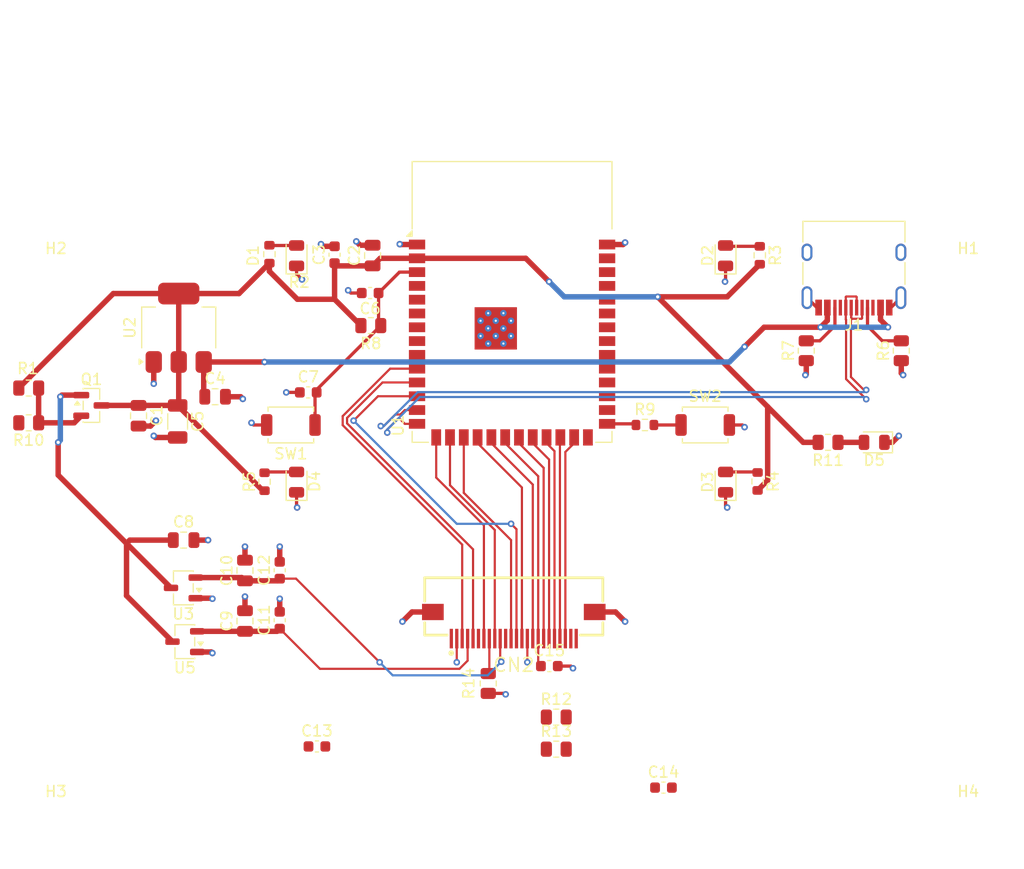
<source format=kicad_pcb>
(kicad_pcb (version 20241229) (generator "pcbnew") (generator_version "9.0")
  (layers (0 "F.Cu" signal) (2 "B.Cu" power) (13 "F.Paste" user) (15 "B.Paste" user) (5 "F.SilkS" user "F.Silkscreen") (7 "B.SilkS" user "B.Silkscreen") (1 "F.Mask" user) (3 "B.Mask" user) (25 "Edge.Cuts" user))
  (net 0 "")
  (net 1 "CAM_RST")
  (net 2 "GND")
  (net 3 "+5V")
  (net 4 "Net-(SW1-A)")
  (net 5 "Net-(Q1-D)")
  (net 6 "CAM_2.8V")
  (net 7 "CAM_1.2V")
  (net 8 "CAM_PCLK")
  (net 10 "CAM_D4")
  (net 11 "CAM_HSYNC")
  (net 12 "CAM_D1")
  (net 13 "CAM_VSYNC")
  (net 14 "CAM_D0")
  (net 15 "CAM_MCLK")
  (net 16 "CAM_SCK")
  (net 17 "CAM_D5")
  (net 19 "CAM_D3")
  (net 20 "Net-(CN2-Pad8)")
  (net 21 "CAM_D6")
  (net 22 "CAM_D7")
  (net 23 "CAM_SDA")
  (net 24 "CAM_D2")
  (net 26 "Net-(D1-A)")
  (net 27 "Net-(D2-A)")
  (net 28 "Net-(D3-A)")
  (net 29 "Net-(D4-A)")
  (net 30 "Net-(D5-A)")
  (net 32 "D+")
  (net 33 "D-")
  (net 35 "Net-(J1-CC2)")
  (net 36 "Net-(J1-CC1)")
  (net 37 "Net-(Q1-G)")
  (net 38 "Net-(SW2-A)")
  (net 39 "Net-(U1-IO0)")
  (net 40 "CAM_PWR")
  (footprint "Resistor_SMD:R_0805_2012Metric" (layer "F.Cu") (at 166.6625 122.25)
    (property "Reference" "R13")
    (property "Value" "4.7k")
  )
  (footprint "Resistor_SMD:R_0805_2012Metric" (layer "F.Cu") (at 149.5875 83.25 180)
    (property "Reference" "R8")
    (property "Value" "10k")
  )
  (footprint "Connector_USB:USB_C_Receptacle_HRO_TYPE-C-31-M-12" (layer "F.Cu") (at 194.07 77.55 180)
    (property "Reference" "J1")
    (property "Value" "USB_C_Receptacle_USB2.0_16P")
  )
  (footprint "Capacitor_SMD:C_0603_1608Metric" (layer "F.Cu") (at 141.2 110.375 90)
    (property "Reference" "C11")
    (property "Value" "0.1uf")
  )
  (footprint "Capacitor_SMD:C_1206_3216Metric" (layer "F.Cu") (at 131.8 92.075 -90)
    (property "Reference" "C5")
    (property "Value" "100uf")
  )
  (footprint "Resistor_SMD:R_0805_2012Metric" (layer "F.Cu") (at 118.0875 92.2)
    (property "Reference" "R10")
    (property "Value" "1k")
  )
  (footprint "LED_SMD:LED_0805_2012Metric" (layer "F.Cu") (at 182.25 76.8125 90)
    (property "Reference" "D2")
    (property "Value" "LED")
  )
  (footprint "MountingHole:MountingHole_2.2mm_M2" (layer "F.Cu") (at 204.5925 129.295)
    (property "Reference" "H4")
    (property "Value" "MountingHole")
  )
  (footprint "Resistor_SMD:R_0805_2012Metric" (layer "F.Cu") (at 166.6625 119.3)
    (property "Reference" "R12")
    (property "Value" "4.7k")
  )
  (footprint "Capacitor_SMD:C_0805_2012Metric" (layer "F.Cu") (at 132.35 103)
    (property "Reference" "C8")
    (property "Value" "10uf")
  )
  (footprint "Package_TO_SOT_SMD:SOT-223-3_TabPin2" (layer "F.Cu") (at 131.9 83.45 90)
    (property "Reference" "U2")
    (property "Value" "AMS1117-3.3")
  )
  (footprint "LED_SMD:LED_0805_2012Metric" (layer "F.Cu") (at 142.75 97.6625 90)
    (property "Reference" "D4")
    (property "Value" "LED")
  )
  (footprint "Resistor_SMD:R_0603_1608Metric" (layer "F.Cu") (at 140.25 76.675 -90)
    (property "Reference" "R2")
    (property "Value" "68r")
  )
  (footprint "Resistor_SMD:R_0603_1608Metric" (layer "F.Cu") (at 174.825 92.4)
    (property "Reference" "R9")
    (property "Value" "100r")
  )
  (footprint "Capacitor_SMD:C_0603_1608Metric" (layer "F.Cu") (at 176.5325 125.79)
    (property "Reference" "C14")
    (property "Value" "0.1uf")
  )
  (footprint "Package_TO_SOT_SMD:SOT-23-3" (layer "F.Cu") (at 132.325 107.4 180)
    (property "Reference" "U3")
    (property "Value" "XC6206P122MR" (hide yes))
  )
  (footprint "Capacitor_SMD:C_0603_1608Metric" (layer "F.Cu") (at 141.2 105.775 90)
    (property "Reference" "C12")
    (property "Value" "0.1uf")
  )
  (footprint "Button_Switch_SMD:SW_SPST_TS-1088-xR020" (layer "F.Cu") (at 142.225 92.4 180)
    (property "Reference" "SW1")
    (property "Value" "SW_SPST")
  )
  (footprint "Capacitor_SMD:C_0603_1608Metric" (layer "F.Cu") (at 146.25 76.725 90)
    (property "Reference" "C3")
    (property "Value" "100nf")
  )
  (footprint "LED_SMD:LED_0805_2012Metric" (layer "F.Cu") (at 195.9375 94 180)
    (property "Reference" "D5")
    (property "Value" "LED")
  )
  (footprint "RF_Module:ESP32-S3-WROOM-1" (layer "F.Cu") (at 162.5925 81.045)
    (property "Reference" "U1")
    (property "Value" "ESP32-S3-WROOM-1")
  )
  (footprint "Package_TO_SOT_SMD:SOT-23" (layer "F.Cu") (at 123.8625 90.6)
    (property "Reference" "Q1")
    (property "Value" "PMOS")
  )
  (footprint "Capacitor_SMD:C_0805_2012Metric" (layer "F.Cu") (at 128.2 91.55 -90)
    (property "Reference" "C1")
    (property "Value" "10uf")
  )
  (footprint "Resistor_SMD:R_0805_2012Metric" (layer "F.Cu") (at 198.43 85.5625 90)
    (property "Reference" "R6")
    (property "Value" "5.1k")
  )
  (footprint "Button_Switch_SMD:SW_SPST_TS-1088-xR020" (layer "F.Cu") (at 180.375 92.4)
    (property "Reference" "SW2")
    (property "Value" "SW_SPST")
  )
  (footprint "LED_SMD:LED_0805_2012Metric" (layer "F.Cu") (at 142.75 76.8125 90)
    (property "Reference" "D1")
    (property "Value" "LED")
  )
  (footprint "Package_TO_SOT_SMD:SOT-23-3" (layer "F.Cu") (at 132.4625 112.35 180)
    (property "Reference" "U5")
    (property "Value" "XC6206P282MR")
  )
  (footprint "MountingHole:MountingHole_2.2mm_M2" (layer "F.Cu") (at 120.5925 79.295)
    (property "Reference" "H2")
    (property "Value" "MountingHole")
  )
  (footprint "Resistor_SMD:R_0805_2012Metric" (layer "F.Cu") (at 160.4 116.2 -90)
    (property "Reference" "R14")
    (property "Value" "1k")
  )
  (footprint "Capacitor_SMD:C_0805_2012Metric" (layer "F.Cu") (at 149.75 76.8 90)
    (property "Reference" "C2")
    (property "Value" "22uf")
  )
  (footprint "Resistor_SMD:R_0603_1608Metric" (layer "F.Cu") (at 185.4 76.775 -90)
    (property "Reference" "R3")
    (property "Value" "68r")
  )
  (footprint "Capacitor_SMD:C_0603_1608Metric" (layer "F.Cu") (at 166.025 114.6)
    (property "Reference" "C15")
    (property "Value" "15pF")
  )
  (footprint "Capacitor_SMD:C_0603_1608Metric" (layer "F.Cu") (at 143.825 89.4)
    (property "Reference" "C7")
    (property "Value" "100nf")
  )
  (footprint "Capacitor_SMD:C_0805_2012Metric" (layer "F.Cu") (at 135.25 89.8)
    (property "Reference" "C4")
    (property "Value" "10uf")
  )
  (footprint "LED_SMD:LED_0805_2012Metric" (layer "F.Cu") (at 182.25 97.6625 90)
    (property "Reference" "D3")
    (property "Value" "LED")
  )
  (footprint "FaceTracker:FPC-SMD_KH-FG0.5-H2.0-24PIN" (layer "F.Cu") (at 162.75 110.8435 180)
    (property "Reference" "CN2")
    (property "Value" "KH-FG0.5-H2.0-24PIN")
  )
  (footprint "Resistor_SMD:R_0805_2012Metric" (layer "F.Cu") (at 118.0875 89 180)
    (property "Reference" "R1")
    (property "Value" "10k")
  )
  (footprint "Resistor_SMD:R_0603_1608Metric" (layer "F.Cu") (at 185.2 97.6 -90)
    (property "Reference" "R4")
    (property "Value" "68r")
  )
  (footprint "Resistor_SMD:R_0805_2012Metric" (layer "F.Cu") (at 191.6875 94 180)
    (property "Reference" "R11")
    (property "Value" "1k")
  )
  (footprint "Capacitor_SMD:C_0603_1608Metric" (layer "F.Cu") (at 144.625 122)
    (property "Reference" "C13")
    (property "Value" "0.1uf")
  )
  (footprint "MountingHole:MountingHole_2.2mm_M2" (layer "F.Cu") (at 204.5925 79.295)
    (property "Reference" "H1")
    (property "Value" "MountingHole")
  )
  (footprint "Capacitor_SMD:C_0805_2012Metric" (layer "F.Cu") (at 138 105.8 90)
    (property "Reference" "C10")
    (property "Value" "10uf")
  )
  (footprint "Capacitor_SMD:C_0805_2012Metric" (layer "F.Cu") (at 138 110.45 90)
    (property "Reference" "C9")
    (property "Value" "10uf")
  )
  (footprint "Resistor_SMD:R_0805_2012Metric" (layer "F.Cu") (at 189.68 85.5625 90)
    (property "Reference" "R7")
    (property "Value" "5.1k")
  )
  (footprint "Resistor_SMD:R_0603_1608Metric" (layer "F.Cu") (at 139.8 97.625 -90)
    (property "Reference" "R5")
    (property "Value" "68r")
  )
  (footprint "Capacitor_SMD:C_0603_1608Metric" (layer "F.Cu") (at 149.525 80.25 180)
    (property "Reference" "C6")
    (property "Value" "1uf")
  )
  (footprint "MountingHole:MountingHole_2.2mm_M2" (layer "F.Cu") (at 120.5925 129.295)
    (property "Reference" "H3")
    (property "Value" "MountingHole")
  )
  (segment (start 185.2 98.425) (end 186.126 97.499) (width 0.5) (layer "F.Cu") (net 1))
  (segment (start 142.825 80.825) (end 146.25 80.825) (width 0.5) (layer "F.Cu") (net 1))
  (segment (start 166 79.2) (end 163.855 77.055) (width 0.5) (layer "F.Cu") (net 1))
  (segment (start 149.75 77.75) (end 146.5 77.75) (width 0.5) (layer "F.Cu") (net 1))
  (segment (start 139.65 98.45) (end 131.8 90.6) (width 0.5) (layer "F.Cu") (net 1))
  (segment (start 186.126 90.726) (end 176 80.6) (width 0.5) (layer "F.Cu") (net 1))
  (segment (start 150.445 77.055) (end 149.75 77.75) (width 0.5) (layer "F.Cu") (net 1))
  (segment (start 163.855 77.055) (end 153.8425 77.055) (width 0.5) (layer "F.Cu") (net 1))
  (segment (start 190.775 94) (end 189.4 94) (width 0.5) (layer "F.Cu") (net 1))
  (segment (start 140.25 78.25) (end 142.825 80.825) (width 0.5) (layer "F.Cu") (net 1))
  (segment (start 131.9 86.6) (end 131.9 80.3) (width 0.5) (layer "F.Cu") (net 1))
  (segment (start 153.8425 77.055) (end 150.445 77.055) (width 0.5) (layer "F.Cu") (net 1))
  (segment (start 125.875 80.3) (end 131.9 80.3) (width 0.5) (layer "F.Cu") (net 1))
  (segment (start 139.8 98.45) (end 139.65 98.45) (width 0.5) (layer "F.Cu") (net 1))
  (segment (start 128.2 90.6) (end 124.8 90.6) (width 0.5) (layer "F.Cu") (net 1))
  (segment (start 186.126 97.499) (end 186.126 90.726) (width 0.5) (layer "F.Cu") (net 1))
  (segment (start 146.25 80.825) (end 146.25 77.5) (width 0.5) (layer "F.Cu") (net 1))
  (segment (start 131.9 90.5) (end 131.8 90.6) (width 0.5) (layer "F.Cu") (net 1))
  (segment (start 185.4 77.6) (end 182.4 80.6) (width 0.5) (layer "F.Cu") (net 1))
  (segment (start 131.9 80.3) (end 137.45 80.3) (width 0.5) (layer "F.Cu") (net 1))
  (segment (start 117.175 89) (end 125.875 80.3) (width 0.5) (layer "F.Cu") (net 1))
  (segment (start 146.5 77.75) (end 146.25 77.5) (width 0.5) (layer "F.Cu") (net 1))
  (segment (start 131.8 90.6) (end 128.2 90.6) (width 0.5) (layer "F.Cu") (net 1))
  (segment (start 140.25 77.5) (end 140.25 78.25) (width 0.5) (layer "F.Cu") (net 1))
  (segment (start 137.45 80.3) (end 140.25 77.5) (width 0.5) (layer "F.Cu") (net 1))
  (segment (start 182.4 80.6) (end 176 80.6) (width 0.5) (layer "F.Cu") (net 1))
  (segment (start 148.675 83.25) (end 146.25 80.825) (width 0.5) (layer "F.Cu") (net 1))
  (segment (start 131.9 86.6) (end 131.9 90.5) (width 0.5) (layer "F.Cu") (net 1))
  (segment (start 189.4 94) (end 186.126 90.726) (width 0.5) (layer "F.Cu") (net 1))
  (via (at 176 80.6) (size 0.6) (drill 0.3) (layers "F.Cu" "B.Cu") (net 1))
  (via (at 166 79.2) (size 0.6) (drill 0.3) (layers "F.Cu" "B.Cu") (net 1))
  (segment (start 176 80.6) (end 167.4 80.6) (width 0.5) (layer "B.Cu") (net 1))
  (segment (start 167.4 80.6) (end 166 79.2) (width 0.5) (layer "B.Cu") (net 1))
  (segment (start 166.8 114.6) (end 168 114.6) (width 0.3) (layer "F.Cu") (net 2))
  (segment (start 157.4999 114.2499) (end 157.5 114.25) (width 0.2) (layer "F.Cu") (net 2))
  (segment (start 142.75 99.95) (end 142.8 100) (width 0.3) (layer "F.Cu") (net 2))
  (segment (start 182.25 77.75) (end 182.25 79.15) (width 0.3) (layer "F.Cu") (net 2))
  (segment (start 182.25 99.85) (end 182.4 100) (width 0.3) (layer "F.Cu") (net 2))
  (segment (start 138 104.85) (end 138 103.6) (width 0.5) (layer "F.Cu") (net 2))
  (segment (start 138 109.5) (end 138 108.2) (width 0.5) (layer "F.Cu") (net 2))
  (segment (start 129.75 93.55) (end 129.6 93.4) (width 0.5) (layer "F.Cu") (net 2))
  (segment (start 141.2 105) (end 141.2 103.6) (width 0.5) (layer "F.Cu") (net 2))
  (segment (start 148.75 80.25) (end 147.75 80.25) (width 0.3) (layer "F.Cu") (net 2))
  (segment (start 147.75 80.25) (end 147.5 80) (width 0.3) (layer "F.Cu") (net 2))
  (segment (start 189.68 87.72) (end 189.6 87.8) (width 0.5) (layer "F.Cu") (net 2))
  (segment (start 172.815 75.785) (end 173 75.6) (width 0.5) (layer "F.Cu") (net 2))
  (segment (start 140 92.4) (end 138.8 92.4) (width 0.3) (layer "F.Cu") (net 2))
  (segment (start 171.3425 75.785) (end 172.815 75.785) (width 0.5) (layer "F.Cu") (net 2))
  (segment (start 129.3 92.5) (end 129.8 92) (width 0.5) (layer "F.Cu") (net 2))
  (segment (start 172.1186 109.6186) (end 173 110.5) (width 0.5) (layer "F.Cu") (net 2))
  (segment (start 128.2 92.5) (end 129.3 92.5) (width 0.5) (layer "F.Cu") (net 2))
  (segment (start 137.6 89.8) (end 137.8 90) (width 0.5) (layer "F.Cu") (net 2))
  (segment (start 157.4999 112.0684) (end 157.4999 114.2499) (width 0.2) (layer "F.Cu") (net 2))
  (segment (start 133.4625 108.35) (end 134.95 108.35) (width 0.5) (layer "F.Cu") (net 2))
  (segment (start 182.25 98.6) (end 182.25 99.85) (width 0.3) (layer "F.Cu") (net 2))
  (segment (start 198.43 87.63) (end 198.6 87.8) (width 0.5) (layer "F.Cu") (net 2))
  (segment (start 197.475 81.595) (end 198.39 80.68) (width 0.3) (layer "F.Cu") (net 2))
  (segment (start 183.8 92.4) (end 184 92.6) (width 0.3) (layer "F.Cu") (net 2))
  (segment (start 138.8 92.4) (end 138.6 92.2) (width 0.3) (layer "F.Cu") (net 2))
  (segment (start 190.82 81.595) (end 190.665 81.595) (width 0.3) (layer "F.Cu") (net 2))
  (segment (start 142.75 77.75) (end 142.75 78.5) (width 0.3) (layer "F.Cu") (net 2))
  (segment (start 164 112.0686) (end 164 114.25) (width 0.2) (layer "F.Cu") (net 2))
  (segment (start 152.285 75.785) (end 152.25 75.75) (width 0.5) (layer "F.Cu") (net 2))
  (segment (start 153.3814 109.6186) (end 152.5 110.5) (width 0.5) (layer "F.Cu") (net 2))
  (segment (start 134.9 113.3) (end 135 113.4) (width 0.5) (layer "F.Cu") (net 2))
  (segment (start 141.2 109.6) (end 141.2 108.4) (width 0.5) (layer "F.Cu") (net 2))
  (segment (start 170.1999 109.6186) (end 172.1186 109.6186) (width 0.5) (layer "F.Cu") (net 2))
  (segment (start 163.9998 112.0684) (end 164 112.0686) (width 0.2) (layer "F.Cu") (net 2))
  (segment (start 136.2 89.8) (end 137.6 89.8) (width 0.5) (layer "F.Cu") (net 2))
  (segment (start 145.2 75.95) (end 145 75.75) (width 0.5) (layer "F.Cu") (net 2))
  (segment (start 197.32 81.595) (end 197.475 81.595) (width 0.3) (layer "F.Cu") (net 2))
  (segment (start 148.6 75.85) (end 148.25 75.5) (width 0.5) (layer "F.Cu") (net 2))
  (segment (start 189.68 86.475) (end 189.68 87.72) (width 0.5) (layer "F.Cu") (net 2))
  (segment (start 190.665 81.595) (end 189.75 80.68) (width 0.3) (layer "F.Cu") (net 2))
  (segment (start 133.6 113.3) (end 134.9 113.3) (width 0.5) (layer "F.Cu") (net 2))
  (segment (start 153.8425 75.785) (end 152.285 75.785) (width 0.5) (layer "F.Cu") (net 2))
  (segment (start 160.4 117.1125) (end 161.9125 117.1125) (width 0.3) (layer "F.Cu") (net 2))
  (segment (start 143.05 89.4) (end 141.8 89.4) (width 0.3) (layer "F.Cu") (net 2))
  (segment (start 198.43 86.475) (end 198.43 87.63) (width 0.5) (layer "F.Cu") (net 2))
  (segment (start 146.25 75.95) (end 145.2 75.95) (width 0.5) (layer "F.Cu") (net 2))
  (segment (start 168 114.6) (end 168.2 114.8) (width 0.3) (layer "F.Cu") (net 2))
  (segment (start 133.3 103) (end 134.6 103) (width 0.5) (layer "F.Cu") (net 2))
  (segment (start 149.75 75.85) (end 148.6 75.85) (width 0.5) (layer "F.Cu") (net 2))
  (segment (start 182.25 79.15) (end 182.2 79.2) (width 0.3) (layer "F.Cu") (net 2))
  (segment (start 129.6 86.6) (end 129.6 88.6) (width 0.5) (layer "F.Cu") (net 2))
  (segment (start 182.6 92.4) (end 183.8 92.4) (width 0.3) (layer "F.Cu") (net 2))
  (segment (start 161.9125 117.1125) (end 162 117.2) (width 0.3) (layer "F.Cu") (net 2))
  (segment (start 196.875 94) (end 197.6 94) (width 0.5) (layer "F.Cu") (net 2))
  (segment (start 142.75 78.5) (end 143.25 79) (width 0.3) (layer "F.Cu") (net 2))
  (segment (start 197.6 94) (end 198.2 93.4) (width 0.5) (layer "F.Cu") (net 2))
  (segment (start 131.8 93.55) (end 129.75 93.55) (width 0.5) (layer "F.Cu") (net 2))
  (segment (start 134.95 108.35) (end 135 108.4) (width 0.5) (layer "F.Cu") (net 2))
  (segment (start 155.3001 109.6186) (end 153.3814 109.6186) (width 0.5) (layer "F.Cu") (net 2))
  (segment (start 142.75 98.6) (end 142.75 99.95) (width 0.3) (layer "F.Cu") (net 2))
  (via (at 182.2 79.2) (size 0.6) (drill 0.3) (layers "F.Cu" "B.Cu") (net 2))
  (via (at 152.25 75.75) (size 0.6) (drill 0.3) (layers "F.Cu" "B.Cu") (net 2))
  (via (at 152.5 110.5) (size 0.6) (drill 0.3) (layers "F.Cu" "B.Cu") (net 2))
  (via (at 135 108.4) (size 0.6) (drill 0.3) (layers "F.Cu" "B.Cu") (net 2))
  (via (at 129.8 92) (size 0.6) (drill 0.3) (layers "F.Cu" "B.Cu") (net 2))
  (via (at 189.6 87.8) (size 0.6) (drill 0.3) (layers "F.Cu" "B.Cu") (net 2))
  (via (at 141.2 108.4) (size 0.6) (drill 0.3) (layers "F.Cu" "B.Cu") (net 2))
  (via (at 198.2 93.4) (size 0.6) (drill 0.3) (layers "F.Cu" "B.Cu") (net 2))
  (via (at 173 75.6) (size 0.6) (drill 0.3) (layers "F.Cu" "B.Cu") (net 2))
  (via (at 184 92.6) (size 0.6) (drill 0.3) (layers "F.Cu" "B.Cu") (net 2))
  (via (at 129.6 88.6) (size 0.6) (drill 0.3) (layers "F.Cu" "B.Cu") (net 2))
  (via (at 138.6 92.2) (size 0.6) (drill 0.3) (layers "F.Cu" "B.Cu") (net 2))
  (via (at 137.8 90) (size 0.6) (drill 0.3) (layers "F.Cu" "B.Cu") (net 2))
  (via (at 147.5 80) (size 0.6) (drill 0.3) (layers "F.Cu" "B.Cu") (net 2))
  (via (at 162 117.2) (size 0.6) (drill 0.3) (layers "F.Cu" "B.Cu") (net 2))
  (via (at 148.25 75.5) (size 0.6) (drill 0.3) (layers "F.Cu" "B.Cu") (net 2))
  (via (at 141.2 103.6) (size 0.6) (drill 0.3) (layers "F.Cu" "B.Cu") (net 2))
  (via (at 145 75.75) (size 0.6) (drill 0.3) (layers "F.Cu" "B.Cu") (net 2))
  (via (at 135 113.4) (size 0.6) (drill 0.3) (layers "F.Cu" "B.Cu") (net 2))
  (via (at 157.5 114.25) (size 0.6) (drill 0.3) (layers "F.Cu" "B.Cu") (net 2))
  (via (at 134.6 103) (size 0.6) (drill 0.3) (layers "F.Cu" "B.Cu") (net 2))
  (via (at 164 114.25) (size 0.6) (drill 0.3) (layers "F.Cu" "B.Cu") (net 2))
  (via (at 129.6 93.4) (size 0.6) (drill 0.3) (layers "F.Cu" "B.Cu") (net 2))
  (via (at 198.6 87.8) (size 0.6) (drill 0.3) (layers "F.Cu" "B.Cu") (net 2))
  (via (at 141.8 89.4) (size 0.6) (drill 0.3) (layers "F.Cu" "B.Cu") (net 2))
  (via (at 168.2 114.8) (size 0.6) (drill 0.3) (layers "F.Cu" "B.Cu") (net 2))
  (via (at 142.8 100) (size 0.6) (drill 0.3) (layers "F.Cu" "B.Cu") (net 2))
  (via (at 173 110.5) (size 0.6) (drill 0.3) (layers "F.Cu" "B.Cu") (net 2))
  (via (at 138 103.6) (size 0.6) (drill 0.3) (layers "F.Cu" "B.Cu") (net 2))
  (via (at 138 108.2) (size 0.6) (drill 0.3) (layers "F.Cu" "B.Cu") (net 2))
  (via (at 143.25 79) (size 0.6) (drill 0.3) (layers "F.Cu" "B.Cu") (net 2))
  (via (at 182.4 100) (size 0.6) (drill 0.3) (layers "F.Cu" "B.Cu") (net 2))
  (segment (start 196.52 82.72) (end 196.52 81.595) (width 0.5) (layer "F.Cu") (net 3))
  (segment (start 134.2 86.6) (end 134.2 89.7) (width 0.5) (layer "F.Cu") (net 3))
  (segment (start 197.2 83.4) (end 196.52 82.72) (width 0.5) (layer "F.Cu") (net 3))
  (segment (start 191.62 81.595) (end 191.62 82.78) (width 0.5) (layer "F.Cu") (net 3))
  (segment (start 191.62 82.78) (end 191 83.4) (width 0.5) (layer "F.Cu") (net 3))
  (segment (start 191 83.4) (end 185.8 83.4) (width 0.5) (layer "F.Cu") (net 3))
  (segment (start 139.8 86.6) (end 134.2 86.6) (width 0.5) (layer "F.Cu") (net 3))
  (segment (start 185.8 83.4) (end 184 85.2) (width 0.5) (layer "F.Cu") (net 3))
  (segment (start 134.2 89.7) (end 134.3 89.8) (width 0.5) (layer "F.Cu") (net 3))
  (via (at 197.2 83.4) (size 0.6) (drill 0.3) (layers "F.Cu" "B.Cu") (net 3))
  (via (at 184 85.2) (size 0.6) (drill 0.3) (layers "F.Cu" "B.Cu") (net 3))
  (via (at 139.8 86.6) (size 0.6) (drill 0.3) (layers "F.Cu" "B.Cu") (net 3))
  (via (at 191 83.4) (size 0.6) (drill 0.3) (layers "F.Cu" "B.Cu") (net 3))
  (segment (start 182.6 86.6) (end 139.8 86.6) (width 0.5) (layer "B.Cu") (net 3))
  (segment (start 184 85.2) (end 182.6 86.6) (width 0.5) (layer "B.Cu") (net 3))
  (segment (start 191 83.4) (end 197.2 83.4) (width 0.5) (layer "B.Cu") (net 3))
  (segment (start 144.6 89.4) (end 144.6 89.15) (width 0.3) (layer "F.Cu") (net 4))
  (segment (start 152.225 78.325) (end 153.8425 78.325) (width 0.3) (layer "F.Cu") (net 4))
  (segment (start 144.45 89.55) (end 144.6 89.4) (width 0.3) (layer "F.Cu") (net 4))
  (segment (start 150.3 80.25) (end 150.3 83.05) (width 0.3) (layer "F.Cu") (net 4))
  (segment (start 150.3 83.05) (end 150.5 83.25) (width 0.3) (layer "F.Cu") (net 4))
  (segment (start 144.6 89.15) (end 150.5 83.25) (width 0.3) (layer "F.Cu") (net 4))
  (segment (start 144.45 92.4) (end 144.45 89.55) (width 0.3) (layer "F.Cu") (net 4))
  (segment (start 150.3 80.25) (end 152.225 78.325) (width 0.3) (layer "F.Cu") (net 4))
  (segment (start 127.09375 103.30625) (end 120.8 97.0125) (width 0.5) (layer "F.Cu") (net 5))
  (segment (start 131.1875 107.4) (end 127.09375 103.30625) (width 0.5) (layer "F.Cu") (net 5))
  (segment (start 127.4 103) (end 127.09375 103.30625) (width 0.5) (layer "F.Cu") (net 5))
  (segment (start 121.15 89.65) (end 121 89.8) (width 0.5) (layer "F.Cu") (net 5))
  (segment (start 131.4 103) (end 127.4 103) (width 0.5) (layer "F.Cu") (net 5))
  (segment (start 131.325 112.35) (end 127.09375 108.11875) (width 0.5) (layer "F.Cu") (net 5))
  (segment (start 120.8 97.0125) (end 120.8 94) (width 0.5) (layer "F.Cu") (net 5))
  (segment (start 127.09375 108.11875) (end 127.09375 103.30625) (width 0.5) (layer "F.Cu") (net 5))
  (segment (start 122.925 89.65) (end 121.15 89.65) (width 0.5) (layer "F.Cu") (net 5))
  (via (at 120.8 94) (size 0.6) (drill 0.3) (layers "F.Cu" "B.Cu") (net 5))
  (via (at 121 89.8) (size 0.6) (drill 0.3) (layers "F.Cu" "B.Cu") (net 5))
  (segment (start 121 89.8) (end 121 93.8) (width 0.5) (layer "B.Cu") (net 5))
  (segment (start 121 93.8) (end 120.8 94) (width 0.5) (layer "B.Cu") (net 5))
  (segment (start 144.901 114.851) (end 141.2 111.15) (width 0.2) (layer "F.Cu") (net 6))
  (segment (start 157.748943 114.851) (end 144.901 114.851) (width 0.2) (layer "F.Cu") (net 6))
  (segment (start 140.95 111.4) (end 141.2 111.15) (width 0.5) (layer "F.Cu") (net 6))
  (segment (start 158.4999 114.100043) (end 157.748943 114.851) (width 0.2) (layer "F.Cu") (net 6))
  (segment (start 138 111.4) (end 140.95 111.4) (width 0.5) (layer "F.Cu") (net 6))
  (segment (start 133.6 111.4) (end 138 111.4) (width 0.5) (layer "F.Cu") (net 6))
  (segment (start 158.4999 112.0684) (end 158.4999 114.100043) (width 0.2) (layer "F.Cu") (net 6))
  (segment (start 161.4999 114.0999) (end 161.6 114.2) (width 0.2) (layer "F.Cu") (net 7))
  (segment (start 138 106.75) (end 141 106.75) (width 0.5) (layer "F.Cu") (net 7))
  (segment (start 141 106.75) (end 141.2 106.55) (width 0.5) (layer "F.Cu") (net 7))
  (segment (start 137.7 106.45) (end 138 106.75) (width 0.5) (layer "F.Cu") (net 7))
  (segment (start 150.4 114.251) (end 142.699 106.55) (width 0.2) (layer "F.Cu") (net 7))
  (segment (start 142.699 106.55) (end 141.2 106.55) (width 0.2) (layer "F.Cu") (net 7))
  (segment (start 161.4999 112.0684) (end 161.4999 114.0999) (width 0.2) (layer "F.Cu") (net 7))
  (segment (start 133.4625 106.45) (end 137.7 106.45) (width 0.5) (layer "F.Cu") (net 7))
  (via (at 161.6 114.2) (size 0.6) (drill 0.3) (layers "F.Cu" "B.Cu") (net 7))
  (via (at 150.4 114.251) (size 0.6) (drill 0.3) (layers "F.Cu" "B.Cu") (net 7))
  (segment (start 160.349 115.451) (end 151.6 115.451) (width 0.2) (layer "B.Cu") (net 7))
  (segment (start 161.6 114.2) (end 160.349 115.451) (width 0.2) (layer "B.Cu") (net 7))
  (segment (start 151.6 115.451) (end 150.4 114.251) (width 0.2) (layer "B.Cu") (net 7))
  (segment (start 164.9998 112.0684) (end 164.9998 114.3498) (width 0.2) (layer "F.Cu") (net 8))
  (segment (start 164.9998 112.0684) (end 164.9998 97.1193) (width 0.2) (layer "F.Cu") (net 8))
  (segment (start 164.9998 97.1193) (end 161.9575 94.077) (width 0.2) (layer "F.Cu") (net 8))
  (segment (start 161.9575 94.077) (end 161.9575 93.545) (width 0.2) (layer "F.Cu") (net 8))
  (segment (start 164.9998 114.3498) (end 165.25 114.6) (width 0.2) (layer "F.Cu") (net 8))
  (segment (start 165.4999 112.0684) (end 165.4999 96.3494) (width 0.2) (layer "F.Cu") (net 10))
  (segment (start 165.4999 96.3494) (end 163.2275 94.077) (width 0.2) (layer "F.Cu") (net 10))
  (segment (start 163.2275 94.077) (end 163.2275 93.545) (width 0.2) (layer "F.Cu") (net 10))
  (segment (start 161.0001 112.0684) (end 161.0001 102.0672) (width 0.2) (layer "F.Cu") (net 11))
  (segment (start 161.0001 102.0672) (end 156.8775 97.9446) (width 0.2) (layer "F.Cu") (net 11))
  (segment (start 156.8775 97.9446) (end 156.8775 93.545) (width 0.2) (layer "F.Cu") (net 11))
  (segment (start 166.9998 112.0684) (end 166.9998 93.5827) (width 0.2) (layer "F.Cu") (net 12))
  (segment (start 166.9998 93.5827) (end 167.0375 93.545) (width 0.2) (layer "F.Cu") (net 12))
  (segment (start 160.0001 112.0684) (end 160.0001 101.6343) (width 0.2) (layer "F.Cu") (net 13))
  (segment (start 155.6075 97.2417) (end 155.6075 93.545) (width 0.2) (layer "F.Cu") (net 13))
  (segment (start 160.0001 101.6343) (end 155.6075 97.2417) (width 0.2) (layer "F.Cu") (net 13))
  (segment (start 165.9998 112.0684) (end 165.9998 95.5793) (width 0.2) (layer "F.Cu") (net 14))
  (segment (start 165.9998 95.5793) (end 164.4975 94.077) (width 0.2) (layer "F.Cu") (net 14))
  (segment (start 164.4975 94.077) (end 164.4975 93.545) (width 0.2) (layer "F.Cu") (net 14))
  (segment (start 148 92) (end 150.245 89.755) (width 0.2) (layer "F.Cu") (net 15))
  (segment (start 162.9998 112.0684) (end 162.9998 101.9998) (width 0.2) (layer "F.Cu") (net 15))
  (segment (start 150.245 89.755) (end 153.8425 89.755) (width 0.2) (layer "F.Cu") (net 15))
  (segment (start 162.9998 101.9998) (end 162.5 101.5) (width 0.2) (layer "F.Cu") (net 15))
  (via (at 162.5 101.5) (size 0.6) (drill 0.3) (layers "F.Cu" "B.Cu") (net 15))
  (via (at 148 92) (size 0.6) (drill 0.3) (layers "F.Cu" "B.Cu") (net 15))
  (segment (start 157.5 101.5) (end 148 92) (width 0.2) (layer "B.Cu") (net 15))
  (segment (start 162.5 101.5) (end 157.5 101.5) (width 0.2) (layer "B.Cu") (net 15))
  (segment (start 147.399 91.751057) (end 150.665057 88.485) (width 0.2) (layer "F.Cu") (net 16))
  (segment (start 159.0001 103.850043) (end 147.399 92.248943) (width 0.2) (layer "F.Cu") (net 16))
  (segment (start 147.399 92.248943) (end 147.399 91.751057) (width 0.2) (layer "F.Cu") (net 16))
  (segment (start 159.0001 112.0684) (end 159.0001 103.850043) (width 0.2) (layer "F.Cu") (net 16))
  (segment (start 150.665057 88.485) (end 153.8425 88.485) (width 0.2) (layer "F.Cu") (net 16))
  (segment (start 160.6875 94.077) (end 160.6875 93.545) (width 0.2) (layer "F.Cu") (net 17))
  (segment (start 164.4999 112.0684) (end 164.4999 97.8894) (width 0.2) (layer "F.Cu") (net 17))
  (segment (start 164.4999 97.8894) (end 160.6875 94.077) (width 0.2) (layer "F.Cu") (net 17))
  (segment (start 165.7675 94.077) (end 165.7675 93.545) (width 0.2) (layer "F.Cu") (net 19))
  (segment (start 166.4999 94.8094) (end 165.7675 94.077) (width 0.2) (layer "F.Cu") (net 19))
  (segment (start 166.4999 112.0684) (end 166.4999 94.8094) (width 0.2) (layer "F.Cu") (net 19))
  (segment (start 160.4999 112.0684) (end 160.4999 115.1876) (width 0.2) (layer "F.Cu") (net 20))
  (segment (start 160.4999 115.1876) (end 160.4 115.2875) (width 0.2) (layer "F.Cu") (net 20))
  (segment (start 163.4999 98.1594) (end 159.4175 94.077) (width 0.2) (layer "F.Cu") (net 21))
  (segment (start 163.4999 112.0684) (end 163.4999 98.1594) (width 0.2) (layer "F.Cu") (net 21))
  (segment (start 159.4175 94.077) (end 159.4175 93.545) (width 0.2) (layer "F.Cu") (net 21))
  (segment (start 162.4999 112.0684) (end 162.4999 102.9999) (width 0.2) (layer "F.Cu") (net 22))
  (segment (start 158.1475 98.6475) (end 158.1475 93.545) (width 0.2) (layer "F.Cu") (net 22))
  (segment (start 162.4999 102.9999) (end 158.1475 98.6475) (width 0.2) (layer "F.Cu") (net 22))
  (segment (start 158.0001 112.0684) (end 158.0001 103.417143) (width 0.2) (layer "F.Cu") (net 23))
  (segment (start 146.998 91.584957) (end 151.367957 87.215) (width 0.2) (layer "F.Cu") (net 23))
  (segment (start 146.998 92.415043) (end 146.998 91.584957) (width 0.2) (layer "F.Cu") (net 23))
  (segment (start 151.367957 87.215) (end 153.8425 87.215) (width 0.2) (layer "F.Cu") (net 23))
  (segment (start 158.0001 103.417143) (end 146.998 92.415043) (width 0.2) (layer "F.Cu") (net 23))
  (segment (start 167.4999 94.8846) (end 168.3075 94.077) (width 0.2) (layer "F.Cu") (net 24))
  (segment (start 168.3075 94.077) (end 168.3075 93.545) (width 0.2) (layer "F.Cu") (net 24))
  (segment (start 167.4999 112.0684) (end 167.4999 94.8846) (width 0.2) (layer "F.Cu") (net 24))
  (segment (start 140.275 75.875) (end 140.25 75.85) (width 0.3) (layer "F.Cu") (net 26))
  (segment (start 142.75 75.875) (end 140.275 75.875) (width 0.3) (layer "F.Cu") (net 26))
  (segment (start 185.4 75.95) (end 182.325 75.95) (width 0.3) (layer "F.Cu") (net 27))
  (segment (start 182.325 75.95) (end 182.25 75.875) (width 0.3) (layer "F.Cu") (net 27))
  (segment (start 182.25 96.725) (end 185.15 96.725) (width 0.3) (layer "F.Cu") (net 28))
  (segment (start 185.15 96.725) (end 185.2 96.775) (width 0.3) (layer "F.Cu") (net 28))
  (segment (start 139.875 96.725) (end 139.8 96.8) (width 0.3) (layer "F.Cu") (net 29))
  (segment (start 142.75 96.725) (end 139.875 96.725) (width 0.3) (layer "F.Cu") (net 29))
  (segment (start 192.6 94) (end 195 94) (width 0.5) (layer "F.Cu") (net 30))
  (segment (start 153.8425 92.295) (end 152.717499 92.295) (width 0.2) (layer "F.Cu") (net 32))
  (segment (start 194.32 80.618) (end 194.32 81.595) (width 0.2) (layer "F.Cu") (net 32))
  (segment (start 152.033199 91.885) (end 151.100521 92.817678) (width 0.2) (layer "F.Cu") (net 32))
  (segment (start 193.345 88.17) (end 193.345 82.707501) (width 0.2) (layer "F.Cu") (net 32))
  (segment (start 193.32 81.595) (end 193.32 80.618) (width 0.2) (layer "F.Cu") (net 32))
  (segment (start 152.717499 92.295) (end 152.307499 91.885) (width 0.2) (layer "F.Cu") (net 32))
  (segment (start 151.100521 92.817678) (end 151.100521 93.100521) (width 0.2) (layer "F.Cu") (net 32))
  (segment (start 195.2 90.025) (end 193.345 88.17) (width 0.2) (layer "F.Cu") (net 32))
  (segment (start 194.271 80.569) (end 194.32 80.618) (width 0.2) (layer "F.Cu") (net 32))
  (segment (start 193.32 80.618) (end 193.369 80.569) (width 0.2) (layer "F.Cu") (net 32))
  (segment (start 193.345 82.707501) (end 193.32 82.682501) (width 0.2) (layer "F.Cu") (net 32))
  (segment (start 193.369 80.569) (end 194.271 80.569) (width 0.2) (layer "F.Cu") (net 32))
  (segment (start 193.32 82.682501) (end 193.32 81.595) (width 0.2) (layer "F.Cu") (net 32))
  (segment (start 152.307499 91.885) (end 152.033199 91.885) (width 0.2) (layer "F.Cu") (net 32))
  (via (at 151.100521 93.100521) (size 0.6) (drill 0.3) (layers "F.Cu" "B.Cu") (net 32))
  (via (at 195.2 90.025) (size 0.6) (drill 0.3) (layers "F.Cu" "B.Cu") (net 32))
  (segment (start 151.100521 93.100521) (end 151.100521 92.817678) (width 0.2) (layer "B.Cu") (net 32))
  (segment (start 195.000001 89.825001) (end 195.2 90.025) (width 0.2) (layer "B.Cu") (net 32))
  (segment (start 151.100521 92.817678) (end 154.093198 89.825001) (width 0.2) (layer "B.Cu") (net 32))
  (segment (start 154.093198 89.825001) (end 195.000001 89.825001) (width 0.2) (layer "B.Cu") (net 32))
  (segment (start 193.82 82.682501) (end 193.82 81.595) (width 0.2) (layer "F.Cu") (net 33))
  (segment (start 153.8425 91.025) (end 152.717499 91.025) (width 0.2) (layer "F.Cu") (net 33))
  (segment (start 150.782322 92.499479) (end 150.499479 92.499479) (width 0.2) (layer "F.Cu") (net 33))
  (segment (start 193.82 81.595) (end 193.82 82.572) (width 0.2) (layer "F.Cu") (net 33))
  (segment (start 194.771 82.621) (end 194.82 82.572) (width 0.2) (layer "F.Cu") (net 33))
  (segment (start 152.307499 91.435) (end 151.846801 91.435) (width 0.2) (layer "F.Cu") (net 33))
  (segment (start 193.795 82.707501) (end 193.82 82.682501) (width 0.2) (layer "F.Cu") (net 33))
  (segment (start 151.846801 91.435) (end 150.782322 92.499479) (width 0.2) (layer "F.Cu") (net 33))
  (segment (start 152.717499 91.025) (end 152.307499 91.435) (width 0.2) (layer "F.Cu") (net 33))
  (segment (start 194.986397 89.175) (end 193.795 87.983603) (width 0.2) (layer "F.Cu") (net 33))
  (segment (start 194.82 82.572) (end 194.82 81.595) (width 0.2) (layer "F.Cu") (net 33))
  (segment (start 193.82 82.572) (end 193.869 82.621) (width 0.2) (layer "F.Cu") (net 33))
  (segment (start 193.795 87.983603) (end 193.795 82.707501) (width 0.2) (layer "F.Cu") (net 33))
  (segment (start 193.869 82.621) (end 194.771 82.621) (width 0.2) (layer "F.Cu") (net 33))
  (segment (start 195.2 89.175) (end 194.986397 89.175) (width 0.2) (layer "F.Cu") (net 33))
  (via (at 195.2 89.175) (size 0.6) (drill 0.3) (layers "F.Cu" "B.Cu") (net 33))
  (via (at 150.499479 92.499479) (size 0.6) (drill 0.3) (layers "F.Cu" "B.Cu") (net 33))
  (segment (start 195.000001 89.374999) (end 195.2 89.175) (width 0.2) (layer "B.Cu") (net 33))
  (segment (start 153.906802 89.374999) (end 195.000001 89.374999) (width 0.2) (layer "B.Cu") (net 33))
  (segment (start 150.782322 92.499479) (end 153.906802 89.374999) (width 0.2) (layer "B.Cu") (net 33))
  (segment (start 150.499479 92.499479) (end 150.782322 92.499479) (width 0.2) (layer "B.Cu") (net 33))
  (segment (start 192.32 81.595) (end 192.32 83.26) (width 0.3) (layer "F.Cu") (net 35))
  (segment (start 190.93 84.65) (end 189.68 84.65) (width 0.3) (layer "F.Cu") (net 35))
  (segment (start 192.32 83.26) (end 190.93 84.65) (width 0.3) (layer "F.Cu") (net 35))
  (segment (start 196.68 84.65) (end 198.43 84.65) (width 0.3) (layer "F.Cu") (net 36))
  (segment (start 195.32 81.595) (end 195.32 83.29) (width 0.3) (layer "F.Cu") (net 36))
  (segment (start 195.32 83.29) (end 196.68 84.65) (width 0.3) (layer "F.Cu") (net 36))
  (segment (start 119 92.2) (end 122.275 92.2) (width 0.5) (layer "F.Cu") (net 37))
  (segment (start 122.275 92.2) (end 122.925 91.55) (width 0.5) (layer "F.Cu") (net 37))
  (segment (start 119 92.2) (end 119 89) (width 0.5) (layer "F.Cu") (net 37))
  (segment (start 175.65 92.4) (end 178.15 92.4) (width 0.3) (layer "F.Cu") (net 38))
  (segment (start 173.895 92.295) (end 174 92.4) (width 0.3) (layer "F.Cu") (net 39))
  (segment (start 171.3425 92.295) (end 173.895 92.295) (width 0.3) (layer "F.Cu") (net 39))
)
</source>
